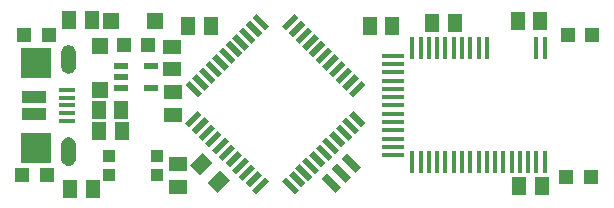
<source format=gbr>
G04 EAGLE Gerber RS-274X export*
G75*
%MOMM*%
%FSLAX34Y34*%
%LPD*%
%INSolderpaste Top*%
%IPPOS*%
%AMOC8*
5,1,8,0,0,1.08239X$1,22.5*%
G01*
%ADD10R,1.200000X1.300000*%
%ADD11R,1.300000X1.500000*%
%ADD12R,1.500000X1.300000*%
%ADD13R,1.200000X1.500000*%
%ADD14R,1.200000X1.200000*%
%ADD15R,1.500000X0.500000*%
%ADD16R,0.500000X1.500000*%
%ADD17R,1.000000X1.000000*%
%ADD18R,0.700000X1.700000*%
%ADD19R,1.350000X0.400000*%
%ADD20R,2.000000X1.000000*%
%ADD21R,2.500000X2.500000*%
%ADD22R,1.200000X0.550000*%
%ADD23R,1.400000X1.400000*%
%ADD24R,0.450000X1.850000*%
%ADD25R,1.850000X0.450000*%

G36*
X53548Y141173D02*
X53548Y141173D01*
X54822Y141373D01*
X54869Y141390D01*
X54959Y141411D01*
X56155Y141889D01*
X56198Y141916D01*
X56281Y141956D01*
X57341Y142688D01*
X57377Y142724D01*
X57448Y142782D01*
X58319Y143732D01*
X58346Y143774D01*
X58403Y143847D01*
X59040Y144967D01*
X59057Y145014D01*
X59096Y145097D01*
X59469Y146331D01*
X59474Y146381D01*
X59494Y146471D01*
X59583Y147756D01*
X59581Y147776D01*
X59584Y147800D01*
X59584Y158800D01*
X59582Y158815D01*
X59583Y158835D01*
X59522Y159961D01*
X59511Y160008D01*
X59503Y160084D01*
X59222Y161177D01*
X59202Y161221D01*
X59180Y161294D01*
X58692Y162311D01*
X58664Y162350D01*
X58627Y162417D01*
X57950Y163320D01*
X57915Y163353D01*
X57866Y163411D01*
X57026Y164164D01*
X56985Y164190D01*
X56925Y164238D01*
X55954Y164812D01*
X55909Y164829D01*
X55842Y164865D01*
X54777Y165239D01*
X54730Y165247D01*
X54657Y165269D01*
X53540Y165428D01*
X53512Y165427D01*
X53360Y165428D01*
X52244Y165269D01*
X52198Y165254D01*
X52123Y165239D01*
X51058Y164865D01*
X51016Y164841D01*
X50946Y164812D01*
X49975Y164238D01*
X49938Y164206D01*
X49874Y164164D01*
X49034Y163411D01*
X49005Y163374D01*
X48950Y163320D01*
X48273Y162417D01*
X48251Y162374D01*
X48208Y162311D01*
X47720Y161294D01*
X47707Y161247D01*
X47678Y161177D01*
X47397Y160084D01*
X47394Y160036D01*
X47378Y159961D01*
X47317Y158835D01*
X47319Y158819D01*
X47316Y158800D01*
X47316Y147800D01*
X47319Y147785D01*
X47317Y147765D01*
X47378Y146639D01*
X47390Y146592D01*
X47397Y146516D01*
X47678Y145423D01*
X47698Y145379D01*
X47720Y145306D01*
X48208Y144289D01*
X48237Y144250D01*
X48273Y144183D01*
X48950Y143280D01*
X48985Y143247D01*
X49034Y143189D01*
X49874Y142436D01*
X49915Y142410D01*
X49975Y142362D01*
X50946Y141788D01*
X50991Y141771D01*
X51058Y141735D01*
X52123Y141361D01*
X52170Y141353D01*
X52244Y141331D01*
X53360Y141172D01*
X53361Y141172D01*
X53548Y141173D01*
G37*
G36*
X53548Y63173D02*
X53548Y63173D01*
X54822Y63373D01*
X54869Y63390D01*
X54959Y63411D01*
X56155Y63889D01*
X56198Y63916D01*
X56281Y63956D01*
X57341Y64688D01*
X57377Y64724D01*
X57448Y64782D01*
X58319Y65732D01*
X58346Y65774D01*
X58403Y65847D01*
X59040Y66967D01*
X59057Y67014D01*
X59096Y67097D01*
X59469Y68331D01*
X59474Y68381D01*
X59494Y68471D01*
X59583Y69756D01*
X59581Y69776D01*
X59584Y69800D01*
X59584Y80800D01*
X59582Y80815D01*
X59583Y80835D01*
X59522Y81961D01*
X59511Y82008D01*
X59503Y82084D01*
X59222Y83177D01*
X59202Y83221D01*
X59180Y83294D01*
X58692Y84311D01*
X58664Y84350D01*
X58627Y84417D01*
X57950Y85320D01*
X57915Y85353D01*
X57866Y85411D01*
X57026Y86164D01*
X56985Y86190D01*
X56925Y86238D01*
X55954Y86812D01*
X55909Y86829D01*
X55842Y86865D01*
X54777Y87239D01*
X54730Y87247D01*
X54657Y87269D01*
X53540Y87428D01*
X53512Y87427D01*
X53360Y87428D01*
X52244Y87269D01*
X52198Y87254D01*
X52123Y87239D01*
X51058Y86865D01*
X51016Y86841D01*
X50946Y86812D01*
X49975Y86238D01*
X49938Y86206D01*
X49874Y86164D01*
X49034Y85411D01*
X49005Y85374D01*
X48950Y85320D01*
X48273Y84417D01*
X48251Y84374D01*
X48208Y84311D01*
X47720Y83294D01*
X47707Y83247D01*
X47678Y83177D01*
X47397Y82084D01*
X47394Y82036D01*
X47378Y81961D01*
X47317Y80835D01*
X47319Y80819D01*
X47316Y80800D01*
X47316Y69800D01*
X47319Y69785D01*
X47317Y69765D01*
X47378Y68639D01*
X47390Y68592D01*
X47397Y68516D01*
X47678Y67423D01*
X47698Y67379D01*
X47720Y67306D01*
X48208Y66289D01*
X48237Y66250D01*
X48273Y66183D01*
X48950Y65280D01*
X48985Y65247D01*
X49034Y65189D01*
X49874Y64436D01*
X49915Y64410D01*
X49975Y64362D01*
X50946Y63788D01*
X50991Y63771D01*
X51058Y63735D01*
X52123Y63361D01*
X52170Y63353D01*
X52244Y63331D01*
X53360Y63172D01*
X53361Y63172D01*
X53548Y63173D01*
G37*
D10*
X100380Y165500D03*
X120700Y165500D03*
D11*
X308510Y181440D03*
X327510Y181440D03*
D12*
X140820Y144770D03*
X140820Y163770D03*
D11*
X79040Y110300D03*
X98040Y110300D03*
X79618Y92597D03*
X98618Y92597D03*
D12*
X145746Y45332D03*
X145746Y64332D03*
D13*
G36*
X181794Y59447D02*
X190279Y50962D01*
X179674Y40357D01*
X171189Y48842D01*
X181794Y59447D01*
G37*
G36*
X166945Y74296D02*
X175430Y65811D01*
X164825Y55206D01*
X156340Y63691D01*
X166945Y74296D01*
G37*
D11*
X54710Y43260D03*
X73710Y43260D03*
D14*
X13770Y55770D03*
X34770Y55770D03*
X15950Y173590D03*
X36950Y173590D03*
D15*
G36*
X166375Y106377D02*
X155769Y95771D01*
X152233Y99307D01*
X162839Y109913D01*
X166375Y106377D01*
G37*
G36*
X172031Y100720D02*
X161425Y90114D01*
X157889Y93650D01*
X168495Y104256D01*
X172031Y100720D01*
G37*
G36*
X177688Y95063D02*
X167082Y84457D01*
X163546Y87993D01*
X174152Y98599D01*
X177688Y95063D01*
G37*
G36*
X183345Y89407D02*
X172739Y78801D01*
X169203Y82337D01*
X179809Y92943D01*
X183345Y89407D01*
G37*
G36*
X189002Y83750D02*
X178396Y73144D01*
X174860Y76680D01*
X185466Y87286D01*
X189002Y83750D01*
G37*
G36*
X194659Y78093D02*
X184053Y67487D01*
X180517Y71023D01*
X191123Y81629D01*
X194659Y78093D01*
G37*
G36*
X200316Y72436D02*
X189710Y61830D01*
X186174Y65366D01*
X196780Y75972D01*
X200316Y72436D01*
G37*
G36*
X205973Y66779D02*
X195367Y56173D01*
X191831Y59709D01*
X202437Y70315D01*
X205973Y66779D01*
G37*
G36*
X211629Y61122D02*
X201023Y50516D01*
X197487Y54052D01*
X208093Y64658D01*
X211629Y61122D01*
G37*
G36*
X217286Y55465D02*
X206680Y44859D01*
X203144Y48395D01*
X213750Y59001D01*
X217286Y55465D01*
G37*
G36*
X222943Y49809D02*
X212337Y39203D01*
X208801Y42739D01*
X219407Y53345D01*
X222943Y49809D01*
G37*
D16*
G36*
X248399Y42739D02*
X244863Y39203D01*
X234257Y49809D01*
X237793Y53345D01*
X248399Y42739D01*
G37*
G36*
X254056Y48395D02*
X250520Y44859D01*
X239914Y55465D01*
X243450Y59001D01*
X254056Y48395D01*
G37*
G36*
X259713Y54052D02*
X256177Y50516D01*
X245571Y61122D01*
X249107Y64658D01*
X259713Y54052D01*
G37*
G36*
X265369Y59709D02*
X261833Y56173D01*
X251227Y66779D01*
X254763Y70315D01*
X265369Y59709D01*
G37*
G36*
X271026Y65366D02*
X267490Y61830D01*
X256884Y72436D01*
X260420Y75972D01*
X271026Y65366D01*
G37*
G36*
X276683Y71023D02*
X273147Y67487D01*
X262541Y78093D01*
X266077Y81629D01*
X276683Y71023D01*
G37*
G36*
X282340Y76680D02*
X278804Y73144D01*
X268198Y83750D01*
X271734Y87286D01*
X282340Y76680D01*
G37*
G36*
X287997Y82337D02*
X284461Y78801D01*
X273855Y89407D01*
X277391Y92943D01*
X287997Y82337D01*
G37*
G36*
X293654Y87993D02*
X290118Y84457D01*
X279512Y95063D01*
X283048Y98599D01*
X293654Y87993D01*
G37*
G36*
X299311Y93650D02*
X295775Y90114D01*
X285169Y100720D01*
X288705Y104256D01*
X299311Y93650D01*
G37*
G36*
X304967Y99307D02*
X301431Y95771D01*
X290825Y106377D01*
X294361Y109913D01*
X304967Y99307D01*
G37*
D15*
G36*
X304967Y131833D02*
X294361Y121227D01*
X290825Y124763D01*
X301431Y135369D01*
X304967Y131833D01*
G37*
G36*
X299311Y137490D02*
X288705Y126884D01*
X285169Y130420D01*
X295775Y141026D01*
X299311Y137490D01*
G37*
G36*
X293654Y143147D02*
X283048Y132541D01*
X279512Y136077D01*
X290118Y146683D01*
X293654Y143147D01*
G37*
G36*
X287997Y148803D02*
X277391Y138197D01*
X273855Y141733D01*
X284461Y152339D01*
X287997Y148803D01*
G37*
G36*
X282340Y154460D02*
X271734Y143854D01*
X268198Y147390D01*
X278804Y157996D01*
X282340Y154460D01*
G37*
G36*
X276683Y160117D02*
X266077Y149511D01*
X262541Y153047D01*
X273147Y163653D01*
X276683Y160117D01*
G37*
G36*
X271026Y165774D02*
X260420Y155168D01*
X256884Y158704D01*
X267490Y169310D01*
X271026Y165774D01*
G37*
G36*
X265369Y171431D02*
X254763Y160825D01*
X251227Y164361D01*
X261833Y174967D01*
X265369Y171431D01*
G37*
G36*
X259713Y177088D02*
X249107Y166482D01*
X245571Y170018D01*
X256177Y180624D01*
X259713Y177088D01*
G37*
G36*
X254056Y182745D02*
X243450Y172139D01*
X239914Y175675D01*
X250520Y186281D01*
X254056Y182745D01*
G37*
G36*
X248399Y188401D02*
X237793Y177795D01*
X234257Y181331D01*
X244863Y191937D01*
X248399Y188401D01*
G37*
D16*
G36*
X222943Y181331D02*
X219407Y177795D01*
X208801Y188401D01*
X212337Y191937D01*
X222943Y181331D01*
G37*
G36*
X217286Y175675D02*
X213750Y172139D01*
X203144Y182745D01*
X206680Y186281D01*
X217286Y175675D01*
G37*
G36*
X211629Y170018D02*
X208093Y166482D01*
X197487Y177088D01*
X201023Y180624D01*
X211629Y170018D01*
G37*
G36*
X205973Y164361D02*
X202437Y160825D01*
X191831Y171431D01*
X195367Y174967D01*
X205973Y164361D01*
G37*
G36*
X200316Y158704D02*
X196780Y155168D01*
X186174Y165774D01*
X189710Y169310D01*
X200316Y158704D01*
G37*
G36*
X194659Y153047D02*
X191123Y149511D01*
X180517Y160117D01*
X184053Y163653D01*
X194659Y153047D01*
G37*
G36*
X189002Y147390D02*
X185466Y143854D01*
X174860Y154460D01*
X178396Y157996D01*
X189002Y147390D01*
G37*
G36*
X183345Y141733D02*
X179809Y138197D01*
X169203Y148803D01*
X172739Y152339D01*
X183345Y141733D01*
G37*
G36*
X177688Y136077D02*
X174152Y132541D01*
X163546Y143147D01*
X167082Y146683D01*
X177688Y136077D01*
G37*
G36*
X172031Y130420D02*
X168495Y126884D01*
X157889Y137490D01*
X161425Y141026D01*
X172031Y130420D01*
G37*
G36*
X166375Y124763D02*
X162839Y121227D01*
X152233Y131833D01*
X155769Y135369D01*
X166375Y124763D01*
G37*
D12*
X141974Y106578D03*
X141974Y125578D03*
D11*
X173750Y181880D03*
X154750Y181880D03*
X73000Y186690D03*
X54000Y186690D03*
D17*
X87950Y55500D03*
X87950Y71500D03*
X127950Y71500D03*
X127950Y55500D03*
D18*
G36*
X284480Y69170D02*
X289430Y74120D01*
X301450Y62100D01*
X296500Y57150D01*
X284480Y69170D01*
G37*
G36*
X275995Y60685D02*
X280945Y65635D01*
X292965Y53615D01*
X288015Y48665D01*
X275995Y60685D01*
G37*
G36*
X267510Y52200D02*
X272460Y57150D01*
X284480Y45130D01*
X279530Y40180D01*
X267510Y52200D01*
G37*
D19*
X52200Y127300D03*
X52200Y120800D03*
X52200Y114300D03*
X52200Y107800D03*
X52200Y101300D03*
D20*
X24450Y121800D03*
X24450Y106800D03*
D21*
X25450Y150300D03*
X25450Y78300D03*
D22*
X97489Y147930D03*
X97489Y138430D03*
X97489Y128930D03*
X123491Y128930D03*
X123491Y147930D03*
D23*
X80010Y164550D03*
X80010Y127550D03*
X126450Y185420D03*
X89450Y185420D03*
D24*
X456560Y162550D03*
X449560Y162550D03*
X407560Y162550D03*
X400560Y162550D03*
X393560Y162550D03*
X386560Y162550D03*
X379560Y162550D03*
X372560Y162550D03*
X365560Y162550D03*
X358560Y162550D03*
X351560Y162550D03*
X344560Y162550D03*
D25*
X328310Y156300D03*
X328310Y149300D03*
X328310Y142300D03*
X328310Y135300D03*
X328310Y128300D03*
X328310Y121300D03*
X328310Y114300D03*
X328310Y107300D03*
X328310Y100300D03*
X328310Y93300D03*
X328310Y86300D03*
X328310Y79300D03*
X328310Y72300D03*
D24*
X344560Y66050D03*
X351560Y66050D03*
X358560Y66050D03*
X365560Y66050D03*
X372560Y66050D03*
X379560Y66050D03*
X386560Y66050D03*
X393560Y66050D03*
X400560Y66050D03*
X407560Y66050D03*
X414560Y66050D03*
X421560Y66050D03*
X428560Y66050D03*
X435560Y66050D03*
X442560Y66050D03*
X449560Y66050D03*
X456560Y66050D03*
D14*
X496910Y173990D03*
X475910Y173990D03*
X495640Y53340D03*
X474640Y53340D03*
D11*
X433730Y185420D03*
X452730Y185420D03*
X435000Y45720D03*
X454000Y45720D03*
X380340Y184150D03*
X361340Y184150D03*
M02*

</source>
